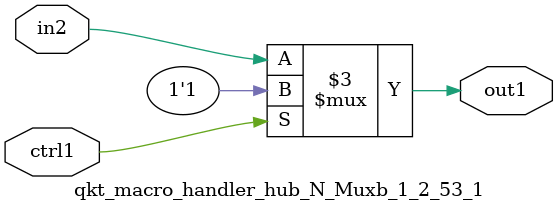
<source format=v>

`timescale 1ps / 1ps


module qkt_macro_handler_hub_N_Muxb_1_2_53_1( in2, ctrl1, out1 );

    input in2;
    input ctrl1;
    output out1;
    reg out1;

    
    // rtl_process:qkt_macro_handler_hub_N_Muxb_1_2_53_1/qkt_macro_handler_hub_N_Muxb_1_2_53_1_thread_1
    always @*
      begin : qkt_macro_handler_hub_N_Muxb_1_2_53_1_thread_1
        case (ctrl1) 
          1'b1: 
            begin
              out1 = 1'b1;
            end
          default: 
            begin
              out1 = in2;
            end
        endcase
      end

endmodule


</source>
